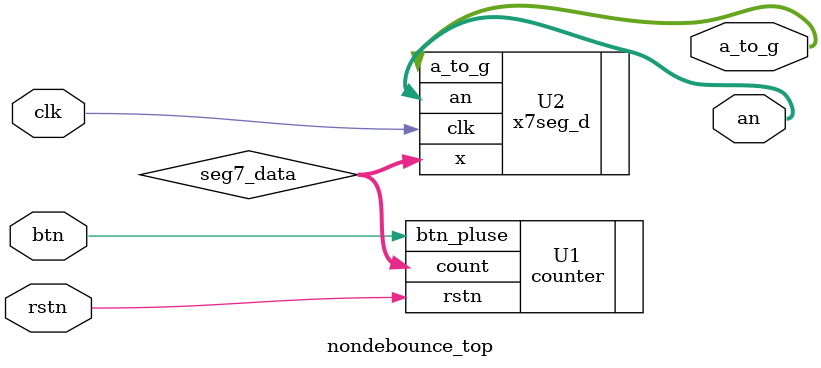
<source format=v>
`timescale 1ns / 1ps


module nondebounce_top(a_to_g, an, clk, rstn, btn
);

    input clk, rstn, btn;
    output [6:0] a_to_g;
    output [7:0] an;
    
    wire [31:0] seg7_data;
    
    counter U1(.count(seg7_data), .rstn(rstn), .btn_pluse(btn));
    x7seg_d U2(.a_to_g(a_to_g), .an(an), .clk(clk), .x(seg7_data));

endmodule
</source>
